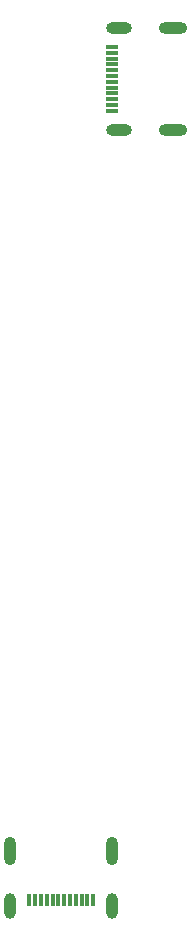
<source format=gts>
%TF.GenerationSoftware,KiCad,Pcbnew,9.0.3*%
%TF.CreationDate,2025-08-12T18:06:53+03:00*%
%TF.ProjectId,USBC_extender,55534243-5f65-4787-9465-6e6465722e6b,rev?*%
%TF.SameCoordinates,Original*%
%TF.FileFunction,Soldermask,Top*%
%TF.FilePolarity,Negative*%
%FSLAX46Y46*%
G04 Gerber Fmt 4.6, Leading zero omitted, Abs format (unit mm)*
G04 Created by KiCad (PCBNEW 9.0.3) date 2025-08-12 18:06:53*
%MOMM*%
%LPD*%
G01*
G04 APERTURE LIST*
%ADD10R,0.300000X1.000000*%
%ADD11O,1.000000X2.400000*%
%ADD12O,1.000000X2.200000*%
%ADD13R,1.000000X0.300000*%
%ADD14O,2.400000X1.000000*%
%ADD15O,2.200000X1.000000*%
G04 APERTURE END LIST*
D10*
%TO.C,P1*%
X73810000Y-149500000D03*
X73319091Y-149500000D03*
X72828182Y-149500000D03*
X72337273Y-149500000D03*
X71846364Y-149500000D03*
X71355455Y-149500000D03*
X70864545Y-149500000D03*
X70373636Y-149500000D03*
X69882727Y-149500000D03*
X69391818Y-149500000D03*
X68900909Y-149500000D03*
X68410000Y-149500000D03*
D11*
X66810000Y-145400000D03*
D12*
X66810000Y-150000000D03*
D11*
X75410000Y-145400000D03*
D12*
X75410000Y-150000000D03*
%TD*%
D13*
%TO.C,P2*%
X75400000Y-82700000D03*
X75400000Y-82209091D03*
X75400000Y-81718182D03*
X75400000Y-81227273D03*
X75400000Y-80736364D03*
X75400000Y-80245455D03*
X75400000Y-79754545D03*
X75400000Y-79263636D03*
X75400000Y-78772727D03*
X75400000Y-78281818D03*
X75400000Y-77790909D03*
X75400000Y-77300000D03*
D14*
X80600000Y-75700000D03*
D15*
X76000000Y-75700000D03*
D14*
X80600000Y-84300000D03*
D15*
X76000000Y-84300000D03*
%TD*%
M02*

</source>
